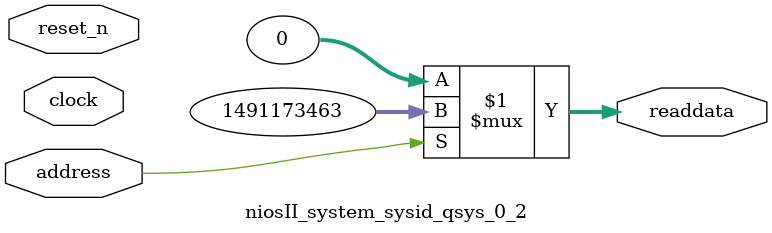
<source format=v>
module niosII_system_sysid_qsys_0_2 (
                address,
                clock,
                reset_n,
                readdata
             )
;
  output  [ 31: 0] readdata;
  input            address;
  input            clock;
  input            reset_n;
  wire    [ 31: 0] readdata;
  assign readdata = address ? 1491173463 : 0;
endmodule
</source>
